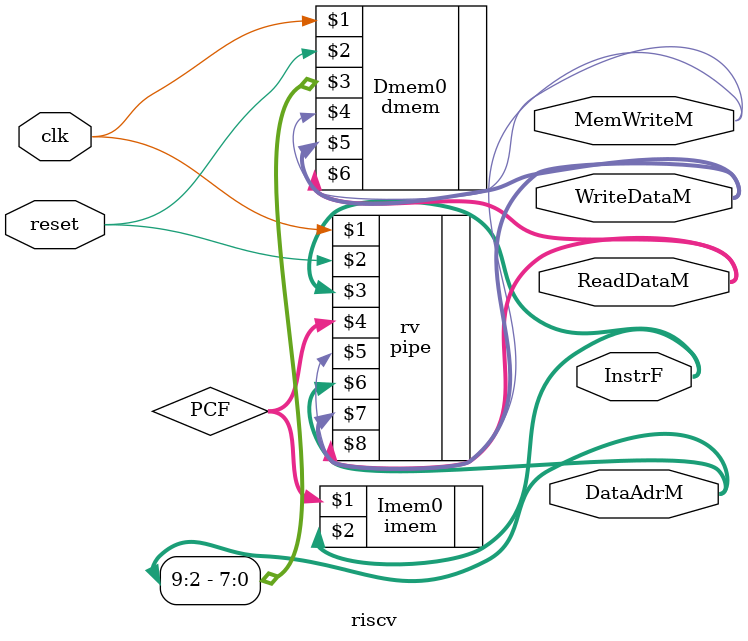
<source format=v>
module riscv (input wire 			clk, reset, 
			output wire [31:0] 	WriteDataM,  DataAdrM, ReadDataM, InstrF,
			output wire 			MemWriteM);
				
	wire [31:0] PCF, PCout;
	
// instantiate processor and memories
	pipe rv( clk, reset, InstrF, PCF, MemWriteM, DataAdrM, WriteDataM, ReadDataM);
	imem Imem0(PCF, InstrF);
	dmem Dmem0(clk, reset, DataAdrM[9:2], MemWriteM, WriteDataM, ReadDataM);

endmodule
</source>
